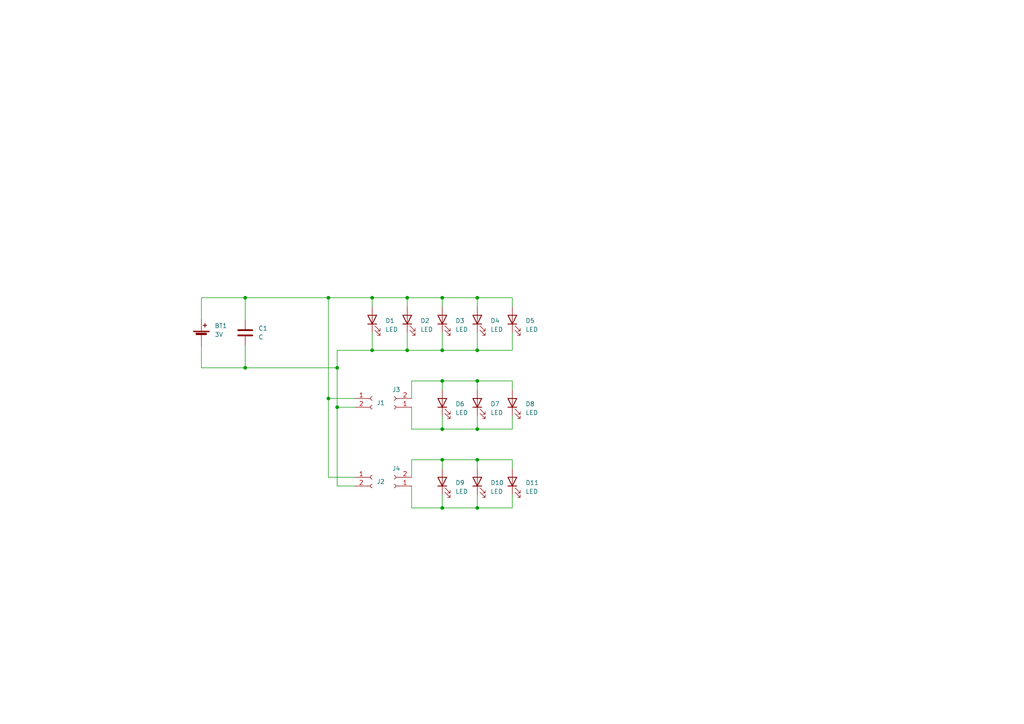
<source format=kicad_sch>
(kicad_sch (version 20211123) (generator eeschema)
  (paper "A4")
  (lib_symbols
    (symbol "Connector:Conn_01x02_Female" (pin_names (offset 1.016) hide)
      (property "Reference" "J" (at 0 2.54 0))
      (property "Value" "Conn_01x02_Female" (at 0 -5.08 0))
      (symbol "Conn_01x02_Female_1_1"
        (arc (start 0 -2.032) (mid -0.508 -2.54) (end 0 -3.048) (stroke (width 0.1524)))
        (polyline (pts (xy -1.27 -2.54) (xy -0.508 -2.54)) (stroke (width 0.1524)))
        (polyline (pts (xy -1.27 0) (xy -0.508 0)) (stroke (width 0.1524)))
        (arc (start 0 0.508) (mid -0.508 0) (end 0 -0.508) (stroke (width 0.1524)))
        (pin passive line (at -5.08 0 0) (length 3.81) (name "Pin_1") (number "1"))
        (pin passive line (at -5.08 -2.54 0) (length 3.81) (name "Pin_2") (number "2"))
      )
    )
    (symbol "Device:Battery_Cell" (pin_numbers hide) (pin_names (offset 0) hide)
      (property "Reference" "BT" (at 2.54 2.54 0))
      (property "Value" "Battery_Cell" (at 2.54 0 0))
      (symbol "Battery_Cell_0_1"
        (rectangle (start -2.286 1.778) (end 2.286 1.524) (fill (type outline)))
        (rectangle (start -1.5748 1.1938) (end 1.4732 0.6858) (fill (type outline)))
        (polyline (pts (xy 0 0.762) (xy 0 0)))
        (polyline (pts (xy 0 1.778) (xy 0 2.54)))
        (polyline (pts (xy 0.508 3.429) (xy 1.524 3.429)) (stroke (width 0.254)))
        (polyline (pts (xy 1.016 3.937) (xy 1.016 2.921)) (stroke (width 0.254)))
      )
      (symbol "Battery_Cell_1_1"
        (pin passive line (at 0 5.08 270) (length 2.54) (name "+") (number "1"))
        (pin passive line (at 0 -2.54 90) (length 2.54) (name "-") (number "2"))
      )
    )
    (symbol "Device:C" (pin_numbers hide) (pin_names (offset 0.254))
      (property "Reference" "C" (at 0.635 2.54 0))
      (property "Value" "C" (at 0.635 -2.54 0))
      (symbol "C_0_1"
        (polyline (pts (xy -2.032 -0.762) (xy 2.032 -0.762)) (stroke (width 0.508)))
        (polyline (pts (xy -2.032 0.762) (xy 2.032 0.762)) (stroke (width 0.508)))
      )
      (symbol "C_1_1"
        (pin passive line (at 0 3.81 270) (length 2.794) (name "~") (number "1"))
        (pin passive line (at 0 -3.81 90) (length 2.794) (name "~") (number "2"))
      )
    )
    (symbol "Device:LED" (pin_numbers hide) (pin_names (offset 1.016) hide)
      (property "Reference" "D" (at 0 2.54 0))
      (property "Value" "LED" (at 0 -2.54 0))
      (symbol "LED_0_1"
        (polyline (pts (xy -1.27 -1.27) (xy -1.27 1.27)) (stroke (width 0.254)))
        (polyline (pts (xy -1.27 0) (xy 1.27 0)))
        (polyline (pts (xy 1.27 -1.27) (xy 1.27 1.27) (xy -1.27 0) (xy 1.27 -1.27)) (stroke (width 0.254)))
        (polyline (pts (xy -3.048 -0.762) (xy -4.572 -2.286) (xy -3.81 -2.286) (xy -4.572 -2.286) (xy -4.572 -1.524)))
        (polyline (pts (xy -1.778 -0.762) (xy -3.302 -2.286) (xy -2.54 -2.286) (xy -3.302 -2.286) (xy -3.302 -1.524)))
      )
      (symbol "LED_1_1"
        (pin passive line (at -3.81 0 0) (length 2.54) (name "K") (number "1"))
        (pin passive line (at 3.81 0 180) (length 2.54) (name "A") (number "2"))
      )
    )
  )
  (junction (at 95.25 115.57))
  (junction (at 128.27 133.35))
  (junction (at 138.43 86.36))
  (junction (at 128.27 124.46))
  (junction (at 138.43 124.46))
  (junction (at 71.12 86.36))
  (junction (at 138.43 101.6))
  (junction (at 97.79 118.11))
  (junction (at 138.43 147.32))
  (junction (at 71.12 106.68))
  (junction (at 128.27 101.6))
  (junction (at 118.11 86.36))
  (junction (at 97.79 106.68))
  (junction (at 138.43 133.35))
  (junction (at 138.43 110.49))
  (junction (at 95.25 86.36))
  (junction (at 128.27 110.49))
  (junction (at 107.95 101.6))
  (junction (at 128.27 147.32))
  (junction (at 107.95 86.36))
  (junction (at 118.11 101.6))
  (junction (at 128.27 86.36))
  (wire (pts (xy 95.25 115.57) (xy 95.25 138.43)))
  (wire (pts (xy 128.27 147.32) (xy 138.43 147.32)))
  (wire (pts (xy 128.27 133.35) (xy 128.27 135.89)))
  (wire (pts (xy 128.27 124.46) (xy 138.43 124.46)))
  (wire (pts (xy 71.12 100.33) (xy 71.12 106.68)))
  (wire (pts (xy 97.79 140.97) (xy 102.87 140.97)))
  (wire (pts (xy 97.79 118.11) (xy 102.87 118.11)))
  (wire (pts (xy 138.43 96.52) (xy 138.43 101.6)))
  (wire (pts (xy 138.43 86.36) (xy 138.43 88.9)))
  (wire (pts (xy 71.12 86.36) (xy 95.25 86.36)))
  (wire (pts (xy 128.27 86.36) (xy 138.43 86.36)))
  (wire (pts (xy 128.27 101.6) (xy 128.27 96.52)))
  (wire (pts (xy 138.43 124.46) (xy 148.59 124.46)))
  (wire (pts (xy 148.59 133.35) (xy 148.59 135.89)))
  (wire (pts (xy 138.43 86.36) (xy 148.59 86.36)))
  (wire (pts (xy 138.43 147.32) (xy 148.59 147.32)))
  (wire (pts (xy 95.25 138.43) (xy 102.87 138.43)))
  (wire (pts (xy 138.43 133.35) (xy 138.43 135.89)))
  (wire (pts (xy 118.11 101.6) (xy 107.95 101.6)))
  (wire (pts (xy 58.42 86.36) (xy 58.42 92.71)))
  (wire (pts (xy 97.79 106.68) (xy 71.12 106.68)))
  (wire (pts (xy 138.43 110.49) (xy 148.59 110.49)))
  (wire (pts (xy 148.59 96.52) (xy 148.59 101.6)))
  (wire (pts (xy 119.38 133.35) (xy 128.27 133.35)))
  (wire (pts (xy 118.11 101.6) (xy 128.27 101.6)))
  (wire (pts (xy 119.38 138.43) (xy 119.38 133.35)))
  (wire (pts (xy 119.38 118.11) (xy 119.38 124.46)))
  (wire (pts (xy 128.27 120.65) (xy 128.27 124.46)))
  (wire (pts (xy 58.42 86.36) (xy 71.12 86.36)))
  (wire (pts (xy 128.27 133.35) (xy 138.43 133.35)))
  (wire (pts (xy 148.59 86.36) (xy 148.59 88.9)))
  (wire (pts (xy 119.38 147.32) (xy 128.27 147.32)))
  (wire (pts (xy 95.25 86.36) (xy 95.25 115.57)))
  (wire (pts (xy 128.27 143.51) (xy 128.27 147.32)))
  (wire (pts (xy 138.43 133.35) (xy 148.59 133.35)))
  (wire (pts (xy 58.42 100.33) (xy 58.42 106.68)))
  (wire (pts (xy 128.27 110.49) (xy 138.43 110.49)))
  (wire (pts (xy 97.79 106.68) (xy 97.79 101.6)))
  (wire (pts (xy 118.11 86.36) (xy 128.27 86.36)))
  (wire (pts (xy 119.38 140.97) (xy 119.38 147.32)))
  (wire (pts (xy 119.38 110.49) (xy 128.27 110.49)))
  (wire (pts (xy 148.59 147.32) (xy 148.59 143.51)))
  (wire (pts (xy 138.43 101.6) (xy 128.27 101.6)))
  (wire (pts (xy 148.59 110.49) (xy 148.59 113.03)))
  (wire (pts (xy 118.11 86.36) (xy 118.11 88.9)))
  (wire (pts (xy 138.43 110.49) (xy 138.43 113.03)))
  (wire (pts (xy 58.42 106.68) (xy 71.12 106.68)))
  (wire (pts (xy 148.59 124.46) (xy 148.59 120.65)))
  (wire (pts (xy 138.43 143.51) (xy 138.43 147.32)))
  (wire (pts (xy 107.95 86.36) (xy 107.95 88.9)))
  (wire (pts (xy 119.38 115.57) (xy 119.38 110.49)))
  (wire (pts (xy 119.38 124.46) (xy 128.27 124.46)))
  (wire (pts (xy 107.95 96.52) (xy 107.95 101.6)))
  (wire (pts (xy 97.79 118.11) (xy 97.79 140.97)))
  (wire (pts (xy 97.79 106.68) (xy 97.79 118.11)))
  (wire (pts (xy 128.27 110.49) (xy 128.27 113.03)))
  (wire (pts (xy 128.27 86.36) (xy 128.27 88.9)))
  (wire (pts (xy 118.11 96.52) (xy 118.11 101.6)))
  (wire (pts (xy 95.25 86.36) (xy 107.95 86.36)))
  (wire (pts (xy 138.43 120.65) (xy 138.43 124.46)))
  (wire (pts (xy 97.79 101.6) (xy 107.95 101.6)))
  (wire (pts (xy 71.12 86.36) (xy 71.12 92.71)))
  (wire (pts (xy 148.59 101.6) (xy 138.43 101.6)))
  (wire (pts (xy 95.25 115.57) (xy 102.87 115.57)))
  (wire (pts (xy 107.95 86.36) (xy 118.11 86.36)))
  (symbol (lib_id "Device:LED") (at 107.95 92.71 90) (unit 1)
    (property "Reference" "D1" (at 111.76 93.0274 90) (effects (justify right)))
    (property "Value" "LED" (at 111.76 95.5674 90) (effects (justify right)))
    (property "Footprint" "LED_THT:LED_D5.0mm" (effects hide))
  )
  (symbol (lib_id "Device:LED") (at 148.59 116.84 90) (unit 1)
    (property "Reference" "D8" (at 152.4 117.1574 90) (effects (justify right)))
    (property "Value" "LED" (at 152.4 119.6974 90) (effects (justify right)))
    (property "Footprint" "LED_THT:LED_D5.0mm" (effects hide))
  )
  (symbol (lib_id "Connector:Conn_01x02_Female") (at 107.95 115.57 0) (unit 1)
    (property "Reference" "J1" (at 109.22 116.8399 0) (effects (justify left)))
    (property "Value" "Conn_01x02_Female" (effects hide))
    (property "Footprint" "Connector_PinSocket_2.54mm:PinSocket_1x02_P2.54mm_Vertical" (effects hide))
  )
  (symbol (lib_id "Connector:Conn_01x02_Female") (at 114.3 118.11 180) (unit 1)
    (property "Reference" "J3" (at 114.935 113.03 0))
    (property "Value" "Conn_01x02_Female" (effects hide))
    (property "Footprint" "Connector_PinSocket_2.54mm:PinSocket_1x02_P2.54mm_Vertical" (effects hide))
  )
  (symbol (lib_id "Device:LED") (at 148.59 139.7 90) (unit 1)
    (property "Reference" "D11" (at 152.4 140.0174 90) (effects (justify right)))
    (property "Value" "LED" (at 152.4 142.5574 90) (effects (justify right)))
    (property "Footprint" "LED_THT:LED_D5.0mm" (effects hide))
  )
  (symbol (lib_id "Device:Battery_Cell") (at 58.42 97.79 0) (unit 1)
    (property "Reference" "BT1" (at 62.23 94.4879 0) (effects (justify left)))
    (property "Value" "3V" (at 62.23 97.0279 0) (effects (justify left)))
    (property "Footprint" "Battery:BatteryHolder_Keystone_3002_1x2032" (effects hide))
  )
  (symbol (lib_id "Device:LED") (at 138.43 92.71 90) (unit 1)
    (property "Reference" "D4" (at 142.24 93.0274 90) (effects (justify right)))
    (property "Value" "LED" (at 142.24 95.5674 90) (effects (justify right)))
    (property "Footprint" "LED_THT:LED_D5.0mm" (effects hide))
  )
  (symbol (lib_id "Device:LED") (at 118.11 92.71 90) (unit 1)
    (property "Reference" "D2" (at 121.92 93.0274 90) (effects (justify right)))
    (property "Value" "LED" (at 121.92 95.5674 90) (effects (justify right)))
    (property "Footprint" "LED_THT:LED_D5.0mm" (effects hide))
  )
  (symbol (lib_id "Device:LED") (at 128.27 92.71 90) (unit 1)
    (property "Reference" "D3" (at 132.08 93.0274 90) (effects (justify right)))
    (property "Value" "LED" (at 132.08 95.5674 90) (effects (justify right)))
    (property "Footprint" "LED_THT:LED_D5.0mm" (effects hide))
  )
  (symbol (lib_id "Device:LED") (at 138.43 116.84 90) (unit 1)
    (property "Reference" "D7" (at 142.24 117.1574 90) (effects (justify right)))
    (property "Value" "LED" (at 142.24 119.6974 90) (effects (justify right)))
    (property "Footprint" "LED_THT:LED_D5.0mm" (effects hide))
  )
  (symbol (lib_id "Connector:Conn_01x02_Female") (at 114.3 140.97 180) (unit 1)
    (property "Reference" "J4" (at 114.935 135.89 0))
    (property "Value" "Conn_01x02_Female" (effects hide))
    (property "Footprint" "Connector_PinSocket_2.54mm:PinSocket_1x02_P2.54mm_Vertical" (effects hide))
  )
  (symbol (lib_id "Connector:Conn_01x02_Female") (at 107.95 138.43 0) (unit 1)
    (property "Reference" "J2" (at 109.22 139.6999 0) (effects (justify left)))
    (property "Value" "Conn_01x02_Female" (effects hide))
    (property "Footprint" "Connector_PinSocket_2.54mm:PinSocket_1x02_P2.54mm_Vertical" (effects hide))
  )
  (symbol (lib_id "Device:LED") (at 128.27 139.7 90) (unit 1)
    (property "Reference" "D9" (at 132.08 140.0174 90) (effects (justify right)))
    (property "Value" "LED" (at 132.08 142.5574 90) (effects (justify right)))
    (property "Footprint" "LED_THT:LED_D5.0mm" (effects hide))
  )
  (symbol (lib_id "Device:C") (at 71.12 96.52 0) (unit 1)
    (property "Reference" "C1" (at 74.93 95.2499 0) (effects (justify left)))
    (property "Value" "C" (at 74.93 97.7899 0) (effects (justify left)))
    (property "Footprint" "Capacitor_THT:C_Axial_L5.1mm_D3.1mm_P7.50mm_Horizontal" (effects hide))
  )
  (symbol (lib_id "Device:LED") (at 138.43 139.7 90) (unit 1)
    (property "Reference" "D10" (at 142.24 140.0174 90) (effects (justify right)))
    (property "Value" "LED" (at 142.24 142.5574 90) (effects (justify right)))
    (property "Footprint" "LED_THT:LED_D5.0mm" (effects hide))
  )
  (symbol (lib_id "Device:LED") (at 128.27 116.84 90) (unit 1)
    (property "Reference" "D6" (at 132.08 117.1574 90) (effects (justify right)))
    (property "Value" "LED" (at 132.08 119.6974 90) (effects (justify right)))
    (property "Footprint" "LED_THT:LED_D5.0mm" (effects hide))
  )
  (symbol (lib_id "Device:LED") (at 148.59 92.71 90) (unit 1)
    (property "Reference" "D5" (at 152.4 93.0274 90) (effects (justify right)))
    (property "Value" "LED" (at 152.4 95.5674 90) (effects (justify right)))
    (property "Footprint" "LED_THT:LED_D5.0mm" (effects hide))
  )
)
</source>
